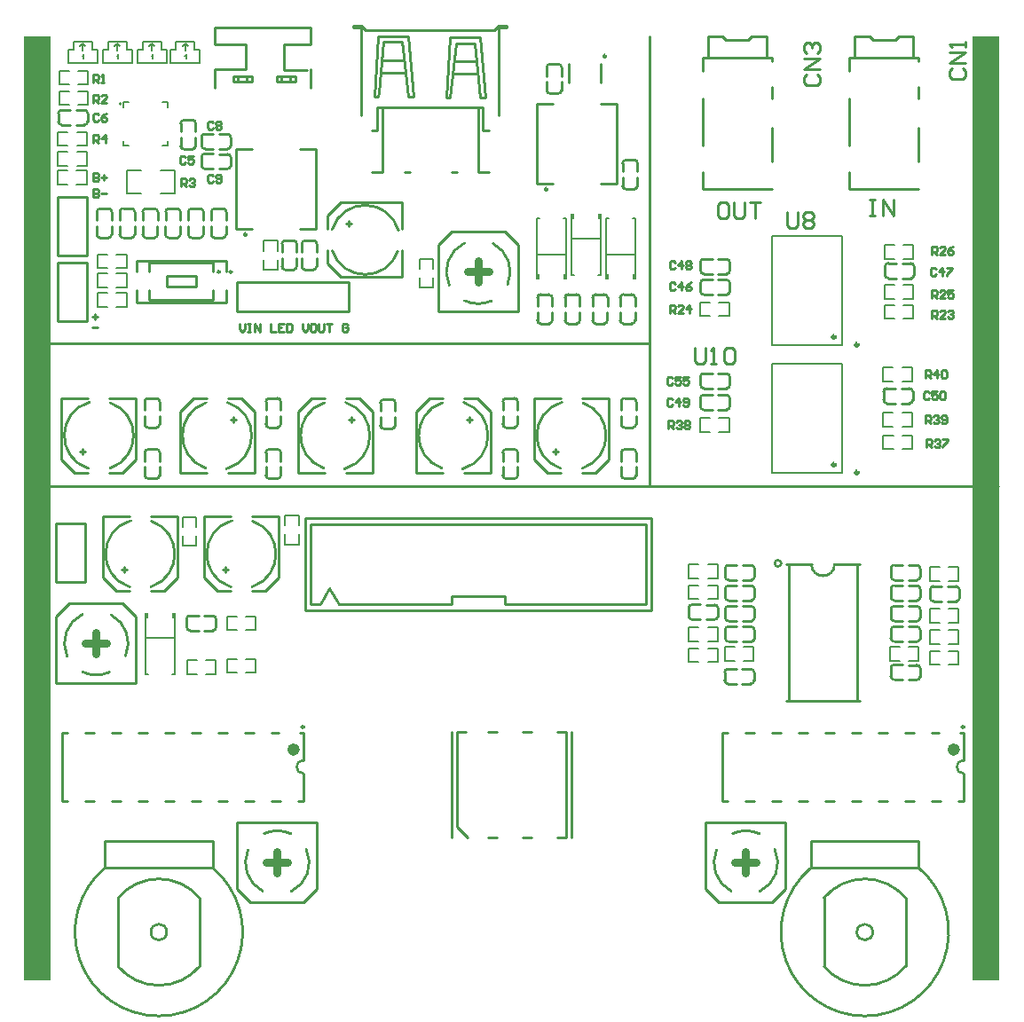
<source format=gto>
G04*
G04 #@! TF.GenerationSoftware,Altium Limited,Altium Designer,20.2.6 (244)*
G04*
G04 Layer_Color=65535*
%FSLAX24Y24*%
%MOIN*%
G70*
G04*
G04 #@! TF.SameCoordinates,F8AEF4A7-C5AA-40DC-9DAC-891B57281ED6*
G04*
G04*
G04 #@! TF.FilePolarity,Positive*
G04*
G01*
G75*
%ADD10C,0.0100*%
%ADD11C,0.0118*%
%ADD12C,0.0098*%
%ADD13C,0.0236*%
%ADD14C,0.0059*%
%ADD15C,0.0060*%
%ADD16C,0.0050*%
%ADD17C,0.0300*%
%ADD18R,0.1000X3.5500*%
G36*
X27018Y31243D02*
X27150D01*
Y31423D01*
X27018D01*
Y31243D01*
D02*
G37*
G36*
X28182D02*
X28050D01*
Y31423D01*
X28182D01*
Y31243D01*
D02*
G37*
G36*
X41718Y44157D02*
X41850D01*
Y43977D01*
X41718D01*
Y44157D01*
D02*
G37*
G36*
X42882D02*
X42750D01*
Y43977D01*
X42882D01*
Y44157D01*
D02*
G37*
G36*
X43025Y46243D02*
X43157D01*
Y46423D01*
X43025D01*
Y46243D01*
D02*
G37*
G36*
X44189D02*
X44057D01*
Y46423D01*
X44189D01*
Y46243D01*
D02*
G37*
G36*
X44318Y44157D02*
X44450D01*
Y43977D01*
X44318D01*
Y44157D01*
D02*
G37*
G36*
X45482D02*
X45350D01*
Y43977D01*
X45482D01*
Y44157D01*
D02*
G37*
D10*
X28370Y48975D02*
G03*
X28492Y48853I122J0D01*
G01*
X28807D02*
G03*
X28929Y48975I0J122D01*
G01*
X28495Y49953D02*
G03*
X28373Y49831I-0J-122D01*
G01*
X28932D02*
G03*
X28810Y49953I-122J0D01*
G01*
X29275Y49430D02*
G03*
X29153Y49308I0J-122D01*
G01*
Y48993D02*
G03*
X29275Y48871I122J-0D01*
G01*
X30253Y49305D02*
G03*
X30131Y49427I-122J0D01*
G01*
Y48868D02*
G03*
X30253Y48990I0J122D01*
G01*
X29275Y48680D02*
G03*
X29153Y48558I0J-122D01*
G01*
Y48243D02*
G03*
X29275Y48121I122J-0D01*
G01*
X30253Y48555D02*
G03*
X30131Y48677I-122J0D01*
G01*
Y48118D02*
G03*
X30253Y48240I0J122D01*
G01*
X24753Y49770D02*
G03*
X24875Y49892I0J122D01*
G01*
Y50207D02*
G03*
X24753Y50329I-122J0D01*
G01*
X23775Y49894D02*
G03*
X23897Y49772I122J-0D01*
G01*
Y50331D02*
G03*
X23775Y50209I0J-122D01*
G01*
X54897Y39871D02*
G03*
X54775Y39749I0J-122D01*
G01*
Y39434D02*
G03*
X54897Y39312I122J-0D01*
G01*
X55875Y39747D02*
G03*
X55753Y39869I-122J0D01*
G01*
Y39310D02*
G03*
X55875Y39432I0J122D01*
G01*
X55803Y44010D02*
G03*
X55925Y44132I0J122D01*
G01*
Y44447D02*
G03*
X55803Y44569I-122J0D01*
G01*
X54825Y44134D02*
G03*
X54947Y44012I122J-0D01*
G01*
Y44571D02*
G03*
X54825Y44449I0J-122D01*
G01*
X48875Y39065D02*
G03*
X48997Y39187I0J122D01*
G01*
Y39502D02*
G03*
X48875Y39624I-122J0D01*
G01*
X47897Y39189D02*
G03*
X48019Y39067I122J-0D01*
G01*
Y39626D02*
G03*
X47897Y39504I0J-122D01*
G01*
X48019Y40432D02*
G03*
X47897Y40310I0J-122D01*
G01*
Y39995D02*
G03*
X48019Y39873I122J-0D01*
G01*
X48997Y40307D02*
G03*
X48875Y40429I-122J0D01*
G01*
Y39870D02*
G03*
X48997Y39992I0J122D01*
G01*
X48875Y43390D02*
G03*
X48997Y43512I0J122D01*
G01*
Y43827D02*
G03*
X48875Y43949I-122J0D01*
G01*
X47897Y43514D02*
G03*
X48019Y43392I122J-0D01*
G01*
Y43951D02*
G03*
X47897Y43829I0J-122D01*
G01*
X48019Y44732D02*
G03*
X47897Y44610I0J-122D01*
G01*
Y44295D02*
G03*
X48019Y44173I122J-0D01*
G01*
X48997Y44607D02*
G03*
X48875Y44729I-122J0D01*
G01*
Y44170D02*
G03*
X48997Y44292I0J122D01*
G01*
X57778Y25900D02*
G03*
X57778Y25400I-0J-250D01*
G01*
X32978Y25900D02*
G03*
X32978Y25400I-0J-250D01*
G01*
X28719Y31332D02*
G03*
X28597Y31210I0J-122D01*
G01*
Y30895D02*
G03*
X28719Y30773I122J-0D01*
G01*
X29697Y31207D02*
G03*
X29575Y31329I-122J0D01*
G01*
Y30770D02*
G03*
X29697Y30892I0J122D01*
G01*
X29082Y20726D02*
G03*
X26018Y20726I-1532J-1286D01*
G01*
X25525Y21853D02*
G03*
X29575Y21853I2025J-2413D01*
G01*
X27850Y19440D02*
G03*
X27850Y19440I-300J0D01*
G01*
X26018Y18154D02*
G03*
X29082Y18154I1532J1286D01*
G01*
X24949Y39352D02*
G03*
X24904Y36862I351J-1252D01*
G01*
X25711Y36867D02*
G03*
X25727Y39328I-411J1233D01*
G01*
X41030Y39378D02*
G03*
X40908Y39500I-122J0D01*
G01*
X40593D02*
G03*
X40471Y39378I-0J-122D01*
G01*
X40905Y38399D02*
G03*
X41027Y38521I0J122D01*
G01*
X40468D02*
G03*
X40590Y38399I122J0D01*
G01*
X27580Y39375D02*
G03*
X27458Y39497I-122J0D01*
G01*
X27143D02*
G03*
X27021Y39375I-0J-122D01*
G01*
X27455Y38397D02*
G03*
X27577Y38519I0J122D01*
G01*
X27018D02*
G03*
X27140Y38397I122J0D01*
G01*
X45480Y39378D02*
G03*
X45358Y39500I-122J0D01*
G01*
X45043D02*
G03*
X44921Y39378I-0J-122D01*
G01*
X45355Y38399D02*
G03*
X45477Y38521I0J122D01*
G01*
X44918D02*
G03*
X45040Y38399I122J0D01*
G01*
X41768Y42425D02*
G03*
X41890Y42303I122J0D01*
G01*
X42205D02*
G03*
X42327Y42425I0J122D01*
G01*
X41893Y43403D02*
G03*
X41771Y43281I-0J-122D01*
G01*
X42330D02*
G03*
X42208Y43403I-122J0D01*
G01*
X42805Y42425D02*
G03*
X42927Y42303I122J0D01*
G01*
X43242D02*
G03*
X43364Y42425I0J122D01*
G01*
X42929Y43403D02*
G03*
X42807Y43281I-0J-122D01*
G01*
X43366D02*
G03*
X43244Y43403I-122J0D01*
G01*
X34526Y36848D02*
G03*
X34571Y39338I-351J1252D01*
G01*
X33764Y39333D02*
G03*
X33748Y36872I411J-1233D01*
G01*
X35870Y38475D02*
G03*
X35992Y38353I122J0D01*
G01*
X36307D02*
G03*
X36429Y38475I0J122D01*
G01*
X35995Y39453D02*
G03*
X35873Y39331I-0J-122D01*
G01*
X36432D02*
G03*
X36310Y39453I-122J0D01*
G01*
X30299Y34902D02*
G03*
X30254Y32412I351J-1252D01*
G01*
X31061Y32417D02*
G03*
X31077Y34878I-411J1233D01*
G01*
X26499Y34902D02*
G03*
X26454Y32412I351J-1252D01*
G01*
X27261Y32417D02*
G03*
X27277Y34878I-411J1233D01*
G01*
X24684Y29217D02*
G03*
X25697Y29208I516J1083D01*
G01*
X26300Y29822D02*
G03*
X25757Y31363I-1100J478D01*
G01*
X24682Y31383D02*
G03*
X24109Y29800I518J-1083D01*
G01*
X32516Y23133D02*
G03*
X31503Y23142I-516J-1083D01*
G01*
X30900Y22528D02*
G03*
X31443Y20987I1100J-478D01*
G01*
X32518Y20967D02*
G03*
X33091Y22550I-518J1083D01*
G01*
X50116Y23133D02*
G03*
X49103Y23142I-516J-1083D01*
G01*
X48500Y22528D02*
G03*
X49043Y20987I1100J-478D01*
G01*
X50118Y20967D02*
G03*
X50691Y22550I-518J1083D01*
G01*
X30850Y45650D02*
G03*
X30850Y45650I-50J0D01*
G01*
X26940Y45649D02*
G03*
X27062Y45527I122J0D01*
G01*
X27377D02*
G03*
X27499Y45649I0J122D01*
G01*
X27065Y46628D02*
G03*
X26943Y46506I-0J-122D01*
G01*
X27502D02*
G03*
X27380Y46628I-122J0D01*
G01*
X27800Y45649D02*
G03*
X27922Y45527I122J0D01*
G01*
X28237D02*
G03*
X28359Y45649I0J122D01*
G01*
X27925Y46628D02*
G03*
X27803Y46506I-0J-122D01*
G01*
X28362D02*
G03*
X28240Y46628I-122J0D01*
G01*
X28660Y45649D02*
G03*
X28782Y45527I122J0D01*
G01*
X29097D02*
G03*
X29219Y45649I0J122D01*
G01*
X28785Y46628D02*
G03*
X28663Y46506I-0J-122D01*
G01*
X29222D02*
G03*
X29100Y46628I-122J0D01*
G01*
X29520Y45649D02*
G03*
X29642Y45527I122J0D01*
G01*
X29957D02*
G03*
X30079Y45649I0J122D01*
G01*
X29645Y46628D02*
G03*
X29523Y46506I-0J-122D01*
G01*
X30082D02*
G03*
X29960Y46628I-122J0D01*
G01*
X36552Y45801D02*
G03*
X34062Y45846I-1252J-351D01*
G01*
X34067Y45039D02*
G03*
X36528Y45023I1233J411D01*
G01*
X32920Y44449D02*
G03*
X33042Y44327I122J0D01*
G01*
X33357D02*
G03*
X33479Y44449I0J122D01*
G01*
X33045Y45428D02*
G03*
X32923Y45306I-0J-122D01*
G01*
X33482D02*
G03*
X33360Y45428I-122J0D01*
G01*
X32170Y44449D02*
G03*
X32292Y44327I122J0D01*
G01*
X32607D02*
G03*
X32729Y44449I0J122D01*
G01*
X32295Y45428D02*
G03*
X32173Y45306I-0J-122D01*
G01*
X32732D02*
G03*
X32610Y45428I-122J0D01*
G01*
X29840Y44250D02*
G03*
X29840Y44250I-40J0D01*
G01*
X30300D02*
G03*
X30300Y44250I-50J0D01*
G01*
X42150Y47350D02*
G03*
X42150Y47350I-50J0D01*
G01*
X44350Y52350D02*
G03*
X44350Y52350I-50J0D01*
G01*
X38963Y36848D02*
G03*
X39009Y39338I-351J1252D01*
G01*
X38201Y39333D02*
G03*
X38185Y36872I411J-1233D01*
G01*
X40470Y36602D02*
G03*
X40592Y36480I122J0D01*
G01*
X40907D02*
G03*
X41029Y36602I0J122D01*
G01*
X40595Y37581D02*
G03*
X40473Y37459I-0J-122D01*
G01*
X41032D02*
G03*
X40910Y37581I-122J0D01*
G01*
X26080Y45649D02*
G03*
X26202Y45527I122J0D01*
G01*
X26517D02*
G03*
X26639Y45649I0J122D01*
G01*
X26205Y46628D02*
G03*
X26083Y46506I-0J-122D01*
G01*
X26642D02*
G03*
X26520Y46628I-122J0D01*
G01*
X25220Y45649D02*
G03*
X25342Y45527I122J0D01*
G01*
X25657D02*
G03*
X25779Y45649I0J122D01*
G01*
X25345Y46628D02*
G03*
X25223Y46506I-0J-122D01*
G01*
X25782D02*
G03*
X25660Y46628I-122J0D01*
G01*
X30088Y36848D02*
G03*
X30134Y39338I-351J1252D01*
G01*
X29326Y39333D02*
G03*
X29310Y36872I411J-1233D01*
G01*
X32130Y39378D02*
G03*
X32008Y39500I-122J0D01*
G01*
X31693D02*
G03*
X31571Y39378I-0J-122D01*
G01*
X32005Y38399D02*
G03*
X32127Y38521I0J122D01*
G01*
X31568D02*
G03*
X31690Y38399I122J0D01*
G01*
X31570Y36602D02*
G03*
X31692Y36480I122J0D01*
G01*
X32007D02*
G03*
X32129Y36602I0J122D01*
G01*
X31695Y37581D02*
G03*
X31573Y37459I-0J-122D01*
G01*
X32132D02*
G03*
X32010Y37581I-122J0D01*
G01*
X42680Y51925D02*
G03*
X42558Y52047I-122J0D01*
G01*
X42243D02*
G03*
X42121Y51925I-0J-122D01*
G01*
X42555Y50947D02*
G03*
X42677Y51069I0J122D01*
G01*
X42118D02*
G03*
X42240Y50947I122J0D01*
G01*
X39034Y43167D02*
G03*
X40047Y43158I516J1083D01*
G01*
X40650Y43772D02*
G03*
X40107Y45313I-1100J478D01*
G01*
X39032Y45333D02*
G03*
X38459Y43750I518J-1083D01*
G01*
X44970Y47475D02*
G03*
X45092Y47353I122J0D01*
G01*
X45407D02*
G03*
X45529Y47475I0J122D01*
G01*
X45095Y48453D02*
G03*
X44973Y48331I-0J-122D01*
G01*
X45532D02*
G03*
X45410Y48453I-122J0D01*
G01*
X27020Y36602D02*
G03*
X27142Y36480I122J0D01*
G01*
X27457D02*
G03*
X27579Y36602I0J122D01*
G01*
X27145Y37581D02*
G03*
X27023Y37459I-0J-122D01*
G01*
X27582D02*
G03*
X27460Y37581I-122J0D01*
G01*
X44920Y36602D02*
G03*
X45042Y36480I122J0D01*
G01*
X45357D02*
G03*
X45479Y36602I0J122D01*
G01*
X45045Y37581D02*
G03*
X44923Y37459I-0J-122D01*
G01*
X45482D02*
G03*
X45360Y37581I-122J0D01*
G01*
X42699Y39352D02*
G03*
X42654Y36862I351J-1252D01*
G01*
X43461Y36867D02*
G03*
X43477Y39328I-411J1233D01*
G01*
X44878Y42425D02*
G03*
X45000Y42303I122J0D01*
G01*
X45315D02*
G03*
X45437Y42425I0J122D01*
G01*
X45002Y43403D02*
G03*
X44880Y43281I-0J-122D01*
G01*
X45439D02*
G03*
X45317Y43403I-122J0D01*
G01*
X43841Y42425D02*
G03*
X43963Y42303I122J0D01*
G01*
X44278D02*
G03*
X44400Y42425I0J122D01*
G01*
X43965Y43403D02*
G03*
X43843Y43281I-0J-122D01*
G01*
X44402D02*
G03*
X44280Y43403I-122J0D01*
G01*
X52538Y18154D02*
G03*
X55602Y18154I1532J1286D01*
G01*
X54370Y19440D02*
G03*
X54370Y19440I-300J0D01*
G01*
X52045Y21853D02*
G03*
X56095Y21853I2025J-2413D01*
G01*
X55602Y20726D02*
G03*
X52538Y20726I-1532J-1286D01*
G01*
X49803Y31127D02*
G03*
X49925Y31249I0J122D01*
G01*
Y31564D02*
G03*
X49803Y31686I-122J0D01*
G01*
X48825Y31251D02*
G03*
X48947Y31129I122J-0D01*
G01*
Y31688D02*
G03*
X48825Y31566I0J-122D01*
G01*
X49803Y30355D02*
G03*
X49925Y30477I0J122D01*
G01*
Y30792D02*
G03*
X49803Y30914I-122J0D01*
G01*
X48825Y30479D02*
G03*
X48947Y30357I122J-0D01*
G01*
Y30916D02*
G03*
X48825Y30794I0J-122D01*
G01*
X55172Y31688D02*
G03*
X55050Y31566I0J-122D01*
G01*
Y31251D02*
G03*
X55172Y31129I122J-0D01*
G01*
X56151Y31564D02*
G03*
X56029Y31686I-122J0D01*
G01*
Y31127D02*
G03*
X56151Y31249I0J122D01*
G01*
X55172Y30916D02*
G03*
X55050Y30794I0J-122D01*
G01*
Y30479D02*
G03*
X55172Y30357I122J-0D01*
G01*
X56151Y30792D02*
G03*
X56029Y30914I-122J0D01*
G01*
Y30355D02*
G03*
X56151Y30477I0J122D01*
G01*
X55172Y32460D02*
G03*
X55050Y32338I0J-122D01*
G01*
Y32023D02*
G03*
X55172Y31901I122J-0D01*
G01*
X56151Y32336D02*
G03*
X56029Y32458I-122J0D01*
G01*
Y31899D02*
G03*
X56151Y32021I0J122D01*
G01*
X55172Y33232D02*
G03*
X55050Y33110I0J-122D01*
G01*
Y32795D02*
G03*
X55172Y32673I122J-0D01*
G01*
X56151Y33107D02*
G03*
X56029Y33229I-122J0D01*
G01*
Y32670D02*
G03*
X56151Y32792I0J122D01*
G01*
X49803Y32670D02*
G03*
X49925Y32792I0J122D01*
G01*
Y33107D02*
G03*
X49803Y33229I-122J0D01*
G01*
X48825Y32795D02*
G03*
X48947Y32673I122J-0D01*
G01*
Y33232D02*
G03*
X48825Y33110I0J-122D01*
G01*
X49803Y31899D02*
G03*
X49925Y32021I0J122D01*
G01*
Y32336D02*
G03*
X49803Y32458I-122J0D01*
G01*
X48825Y32023D02*
G03*
X48947Y31901I122J-0D01*
G01*
Y32460D02*
G03*
X48825Y32338I0J-122D01*
G01*
X50925Y33298D02*
G03*
X50925Y33298I-118J0D01*
G01*
X52067Y33260D02*
G03*
X52933Y33260I433J0D01*
G01*
X56025Y28920D02*
G03*
X56147Y29042I0J122D01*
G01*
Y29357D02*
G03*
X56025Y29479I-122J0D01*
G01*
X55047Y29045D02*
G03*
X55169Y28923I122J-0D01*
G01*
Y29482D02*
G03*
X55047Y29360I0J-122D01*
G01*
X56647Y32434D02*
G03*
X56525Y32312I0J-122D01*
G01*
Y31997D02*
G03*
X56647Y31875I122J-0D01*
G01*
X57625Y32309D02*
G03*
X57503Y32431I-122J0D01*
G01*
Y31872D02*
G03*
X57625Y31994I0J122D01*
G01*
X48925Y29330D02*
G03*
X48803Y29208I0J-122D01*
G01*
Y28893D02*
G03*
X48925Y28771I122J-0D01*
G01*
X49903Y29205D02*
G03*
X49781Y29327I-122J0D01*
G01*
Y28768D02*
G03*
X49903Y28890I0J122D01*
G01*
X47575Y31746D02*
G03*
X47453Y31624I0J-122D01*
G01*
Y31309D02*
G03*
X47575Y31187I122J-0D01*
G01*
X48553Y31622D02*
G03*
X48431Y31744I-122J0D01*
G01*
Y31185D02*
G03*
X48553Y31307I0J122D01*
G01*
X41230Y26950D02*
X41560D01*
X42530D02*
X42860D01*
X39930D02*
X40260D01*
X38760D02*
X39090D01*
X39910Y23010D02*
X40240D01*
X41210D02*
X41540D01*
X42530D02*
X42860D01*
Y26950D01*
X38760Y23410D02*
X39160Y23010D01*
X38560D02*
Y26950D01*
X43060Y23010D02*
Y26950D01*
X38760Y23410D02*
Y26950D01*
X56100Y52150D02*
Y52290D01*
X53500Y47370D02*
Y48000D01*
Y51800D02*
Y52290D01*
X56100Y50750D02*
Y51200D01*
Y48400D02*
Y49650D01*
X53500Y49000D02*
Y50750D01*
Y47370D02*
X56100D01*
X53700Y52290D02*
X55900D01*
X56100D01*
X53500D02*
X53700D01*
Y53090D01*
X54250D02*
X54390Y52950D01*
X53700Y53090D02*
X54250D01*
X55900Y52290D02*
Y53090D01*
X54390Y52950D02*
X55210D01*
X55350Y53090D02*
X55900D01*
X55210Y52950D02*
X55350Y53090D01*
X49685Y52950D02*
X49825Y53090D01*
X50375D01*
X48865Y52950D02*
X49685D01*
X50375Y52290D02*
Y53090D01*
X48175D02*
X48725D01*
X48865Y52950D01*
X48175Y52290D02*
Y53090D01*
X47975Y52290D02*
X48175D01*
X50375D02*
X50575D01*
X48175D02*
X50375D01*
X47975Y47370D02*
X50575D01*
X47975Y49000D02*
Y50750D01*
X50575Y48400D02*
Y49650D01*
Y50750D02*
Y51200D01*
X47975Y51800D02*
Y52290D01*
Y47370D02*
Y48000D01*
X50575Y52150D02*
Y52290D01*
X28373Y49516D02*
Y49831D01*
X28495Y49953D02*
X28810D01*
X28932Y49516D02*
Y49831D01*
X28370Y48975D02*
Y49290D01*
X28929Y48975D02*
Y49290D01*
X28492Y48853D02*
X28807D01*
X29816Y49427D02*
X30131D01*
X30253Y48990D02*
Y49305D01*
X29816Y48868D02*
X30131D01*
X29275Y49430D02*
X29590D01*
X29275Y48871D02*
X29590D01*
X29153Y48993D02*
Y49308D01*
X29816Y48677D02*
X30131D01*
X30253Y48240D02*
Y48555D01*
X29816Y48118D02*
X30131D01*
X29275Y48680D02*
X29590D01*
X29275Y48121D02*
X29590D01*
X29153Y48243D02*
Y48558D01*
X23775Y49894D02*
Y50209D01*
X23897Y49772D02*
X24212D01*
X23897Y50331D02*
X24212D01*
X24438Y49770D02*
X24753D01*
X24875Y49892D02*
Y50207D01*
X24438Y50329D02*
X24753D01*
X55438Y39869D02*
X55753D01*
X55875Y39432D02*
Y39747D01*
X55438Y39310D02*
X55753D01*
X54897Y39871D02*
X55212D01*
X54897Y39312D02*
X55212D01*
X54775Y39434D02*
Y39749D01*
X54825Y44134D02*
Y44449D01*
X54947Y44012D02*
X55262D01*
X54947Y44571D02*
X55262D01*
X55488Y44010D02*
X55803D01*
X55925Y44132D02*
Y44447D01*
X55488Y44569D02*
X55803D01*
X47897Y39189D02*
Y39504D01*
X48019Y39067D02*
X48334D01*
X48019Y39626D02*
X48334D01*
X48560Y39065D02*
X48875D01*
X48997Y39187D02*
Y39502D01*
X48560Y39624D02*
X48875D01*
X48997Y39992D02*
Y40307D01*
X48560Y40429D02*
X48875D01*
X48560Y39870D02*
X48875D01*
X48019Y40432D02*
X48334D01*
X47897Y39995D02*
Y40310D01*
X48019Y39873D02*
X48334D01*
X47897Y43514D02*
Y43829D01*
X48019Y43392D02*
X48334D01*
X48019Y43951D02*
X48334D01*
X48560Y43390D02*
X48875D01*
X48997Y43512D02*
Y43827D01*
X48560Y43949D02*
X48875D01*
X48997Y44292D02*
Y44607D01*
X48560Y44729D02*
X48875D01*
X48560Y44170D02*
X48875D01*
X48019Y44732D02*
X48334D01*
X47897Y44295D02*
Y44610D01*
X48019Y44173D02*
X48334D01*
X33950Y32350D02*
X34317Y31746D01*
Y31750D02*
X38550D01*
X33054Y34982D02*
X46046D01*
Y31518D02*
Y34982D01*
X33054Y31518D02*
Y34982D01*
X38550Y31750D02*
Y32050D01*
X40550D01*
Y31750D02*
Y32050D01*
X33250Y31750D02*
Y34750D01*
X45850D01*
Y31750D02*
Y34750D01*
X40550Y31750D02*
X45850D01*
X33617Y31746D02*
X33950Y32350D01*
X33054Y31518D02*
X46046Y31518D01*
X33250Y31750D02*
X33617D01*
X35307Y53325D02*
X40157D01*
X40326Y53495D01*
X35267Y53361D02*
X35307Y53325D01*
X35137Y53491D02*
X35267Y53361D01*
X35134Y53325D02*
X35134Y50132D01*
X40325Y53346D02*
X40327Y50132D01*
X38534Y47982D02*
X38734D01*
X35933Y52210D02*
X36732D01*
X35898Y51733D02*
X36787D01*
X38642Y52171D02*
X39441D01*
X38607Y51694D02*
X39497D01*
X38336Y50803D02*
X38476Y53063D01*
X39616D01*
X39806Y50803D01*
X39606D02*
X39806D01*
X39407Y52824D02*
X39606Y50803D01*
X38718Y52824D02*
X39407D01*
X38486Y50803D02*
X38718Y52824D01*
X38336Y50803D02*
X38486D01*
X35647Y50830D02*
X35784Y53088D01*
X36920Y53086D01*
X37115Y50828D01*
X36915Y50830D02*
X37115Y50828D01*
X36714Y52617D02*
X36915Y50830D01*
X36684Y52884D02*
X36714Y52617D01*
X35995Y52880D02*
X36684Y52884D01*
X35809Y50999D02*
X35995Y52880D01*
X35797Y50830D02*
X35809Y50999D01*
X35647Y50830D02*
X35797D01*
X39731Y49567D02*
X39934Y49569D01*
X39731Y49567D02*
Y50433D01*
X35739D02*
X39731D01*
X35739Y49567D02*
Y50433D01*
X35534Y49569D02*
X35739Y49567D01*
X34850Y53424D02*
Y53494D01*
X40618Y53424D02*
Y53494D01*
X40326Y53495D02*
X40614D01*
X40326Y53396D02*
Y53495D01*
X34854Y53424D02*
X35134D01*
Y53325D02*
Y53424D01*
X40327D02*
X40614D01*
X40327Y53325D02*
Y53424D01*
X34854Y53495D02*
X35134D01*
Y53396D02*
Y53495D01*
X35534Y47982D02*
X35934D01*
Y50433D01*
X39534Y47982D02*
X39934D01*
X39534D02*
Y50429D01*
X36784Y47982D02*
X36984D01*
X30500Y42750D02*
Y43850D01*
X34700D01*
X30500Y42750D02*
X34700D01*
Y43850D01*
X57778Y25900D02*
Y26930D01*
Y24370D02*
Y25400D01*
X57591Y24370D02*
X57778D01*
X56591D02*
X56909D01*
X55591D02*
X55909D01*
X54591D02*
X54909D01*
X53591D02*
X53909D01*
X52591D02*
X52909D01*
X51591D02*
X51909D01*
X50591D02*
X50909D01*
X49591D02*
X49909D01*
X48722D02*
X48909D01*
X48722D02*
Y26930D01*
X48909D01*
X49591D02*
X49909D01*
X50591D02*
X50909D01*
X51591D02*
X51909D01*
X52591D02*
X52909D01*
X53591D02*
X53909D01*
X54591D02*
X54909D01*
X55591D02*
X55909D01*
X56591D02*
X56844D01*
X57656D02*
X57778D01*
X32978Y25900D02*
Y26930D01*
Y24370D02*
Y25400D01*
X32791Y24370D02*
X32978D01*
X31791D02*
X32109D01*
X30791D02*
X31109D01*
X29791D02*
X30109D01*
X28791D02*
X29109D01*
X27791D02*
X28109D01*
X26791D02*
X27109D01*
X25791D02*
X26109D01*
X24791D02*
X25109D01*
X23922D02*
X24109D01*
X23922D02*
Y26930D01*
X24109D01*
X24791D02*
X25109D01*
X25791D02*
X26109D01*
X26791D02*
X27109D01*
X27791D02*
X28109D01*
X28791D02*
X29109D01*
X29791D02*
X30109D01*
X30791D02*
X31109D01*
X31791D02*
X32044D01*
X32856D02*
X32978D01*
X29697Y30892D02*
Y31207D01*
X29260Y31329D02*
X29575D01*
X29260Y30770D02*
X29575D01*
X28719Y31332D02*
X29034D01*
X28597Y30895D02*
Y31210D01*
X28719Y30773D02*
X29034D01*
X23700Y34800D02*
X24800D01*
Y32600D02*
Y34800D01*
X23700Y32600D02*
Y34800D01*
Y32600D02*
X24800D01*
X46000Y39850D02*
Y53100D01*
Y36200D02*
Y39850D01*
X23450Y41550D02*
X46000D01*
X22600Y36200D02*
X59100Y36200D01*
X25525Y21853D02*
X29575D01*
X25525Y22853D02*
X29575D01*
X25525Y21853D02*
Y22853D01*
X29575Y21853D02*
Y22853D01*
X29082Y18154D02*
Y20726D01*
X26018Y18154D02*
Y20726D01*
X23900Y39500D02*
X24900D01*
X25700D02*
X26700D01*
Y37300D02*
Y39500D01*
X26200Y36700D02*
X26700Y37200D01*
Y37300D01*
X23900Y37200D02*
X24400Y36700D01*
X23900Y37200D02*
Y37300D01*
X25700Y36700D02*
X26200D01*
X23900Y37300D02*
Y39500D01*
X24400Y36700D02*
X24900D01*
X41027Y38521D02*
Y38836D01*
X40590Y38399D02*
X40905D01*
X40468Y38521D02*
Y38836D01*
X41030Y39063D02*
Y39378D01*
X40471Y39063D02*
Y39378D01*
X40593Y39500D02*
X40908D01*
X27577Y38519D02*
Y38834D01*
X27140Y38397D02*
X27455D01*
X27018Y38519D02*
Y38834D01*
X27580Y39060D02*
Y39375D01*
X27021Y39060D02*
Y39375D01*
X27143Y39497D02*
X27458D01*
X45477Y38521D02*
Y38836D01*
X45040Y38399D02*
X45355D01*
X44918Y38521D02*
Y38836D01*
X45480Y39063D02*
Y39378D01*
X44921Y39063D02*
Y39378D01*
X45043Y39500D02*
X45358D01*
X41771Y42966D02*
Y43281D01*
X41893Y43403D02*
X42208D01*
X42330Y42966D02*
Y43281D01*
X41768Y42425D02*
Y42740D01*
X42327Y42425D02*
Y42740D01*
X41890Y42303D02*
X42205D01*
X42807Y42966D02*
Y43281D01*
X42929Y43403D02*
X43244D01*
X43366Y42966D02*
Y43281D01*
X42805Y42425D02*
Y42740D01*
X43364Y42425D02*
Y42740D01*
X42927Y42303D02*
X43242D01*
X34575Y36700D02*
X35575D01*
X32775D02*
X33775D01*
X32775D02*
Y38900D01*
Y39000D02*
X33275Y39500D01*
X32775Y38900D02*
Y39000D01*
X35075Y39500D02*
X35575Y39000D01*
Y38900D02*
Y39000D01*
X33275Y39500D02*
X33775D01*
X35575Y36700D02*
Y38900D01*
X34575Y39500D02*
X35075D01*
X35873Y39016D02*
Y39331D01*
X35995Y39453D02*
X36310D01*
X36432Y39016D02*
Y39331D01*
X35870Y38475D02*
Y38790D01*
X36429Y38475D02*
Y38790D01*
X35992Y38353D02*
X36307D01*
X29250Y35050D02*
X30250D01*
X31050D02*
X32050D01*
Y32850D02*
Y35050D01*
X31550Y32250D02*
X32050Y32750D01*
Y32850D01*
X29250Y32750D02*
X29750Y32250D01*
X29250Y32750D02*
Y32850D01*
X31050Y32250D02*
X31550D01*
X29250Y32850D02*
Y35050D01*
X29750Y32250D02*
X30250D01*
X25450Y35050D02*
X26450D01*
X27250D02*
X28250D01*
Y32850D02*
Y35050D01*
X27750Y32250D02*
X28250Y32750D01*
Y32850D01*
X25450Y32750D02*
X25950Y32250D01*
X25450Y32750D02*
Y32850D01*
X27250Y32250D02*
X27750D01*
X25450Y32850D02*
Y35050D01*
X25950Y32250D02*
X26450D01*
X23700Y28800D02*
Y31300D01*
X24200Y31800D01*
X26200D01*
X26700Y28800D02*
Y31300D01*
X26200Y31800D02*
X26700Y31300D01*
X23700Y28800D02*
X26700D01*
X33500Y21050D02*
Y23550D01*
X33000Y20550D02*
X33500Y21050D01*
X31000Y20550D02*
X33000D01*
X30500Y21050D02*
Y23550D01*
Y21050D02*
X31000Y20550D01*
X30500Y23550D02*
X33500D01*
X51100Y21050D02*
Y23550D01*
X50600Y20550D02*
X51100Y21050D01*
X48600Y20550D02*
X50600D01*
X48100Y21050D02*
Y23550D01*
Y21050D02*
X48600Y20550D01*
X48100Y23550D02*
X51100D01*
X33450Y45850D02*
Y48850D01*
X30450Y45850D02*
Y48850D01*
X31050D01*
X30450Y45850D02*
X31050D01*
X32850D02*
X33450D01*
X32850Y48850D02*
X33450D01*
X26943Y46191D02*
Y46506D01*
X27065Y46628D02*
X27380D01*
X27502Y46191D02*
Y46506D01*
X26940Y45649D02*
Y45964D01*
X27499Y45649D02*
Y45964D01*
X27062Y45527D02*
X27377D01*
X27803Y46191D02*
Y46506D01*
X27925Y46628D02*
X28240D01*
X28362Y46191D02*
Y46506D01*
X27800Y45649D02*
Y45964D01*
X28359Y45649D02*
Y45964D01*
X27922Y45527D02*
X28237D01*
X28663Y46191D02*
Y46506D01*
X28785Y46628D02*
X29100D01*
X29222Y46191D02*
Y46506D01*
X28660Y45649D02*
Y45964D01*
X29219Y45649D02*
Y45964D01*
X28782Y45527D02*
X29097D01*
X29523Y46191D02*
Y46506D01*
X29645Y46628D02*
X29960D01*
X30082Y46191D02*
Y46506D01*
X29520Y45649D02*
Y45964D01*
X30079Y45649D02*
Y45964D01*
X29642Y45527D02*
X29957D01*
X33241Y52784D02*
Y53414D01*
X29659D02*
X33241D01*
X29659Y52803D02*
Y53414D01*
Y52811D02*
X30820D01*
X29659Y51859D02*
X30820D01*
Y52764D01*
X32237Y51839D02*
X33123D01*
X32237D02*
Y52784D01*
X33241D01*
X30839Y51386D02*
Y51583D01*
X30524Y51386D02*
Y51583D01*
X31036Y51386D02*
Y51583D01*
X30347D02*
X31036D01*
X30347Y51386D02*
Y51583D01*
Y51386D02*
X31017D01*
X32670Y51386D02*
Y51583D01*
X31981D02*
X32670D01*
X31981Y51386D02*
Y51583D01*
Y51386D02*
X32651D01*
X32159D02*
Y51583D01*
X32474Y51386D02*
Y51583D01*
X33241Y51157D02*
Y51386D01*
X29659Y51157D02*
Y51871D01*
X33241Y51386D02*
Y51871D01*
X23750Y42400D02*
X24850D01*
X23750D02*
Y44600D01*
X24850Y42400D02*
Y44600D01*
X23750D02*
X24850D01*
X36700Y45850D02*
Y46850D01*
Y44050D02*
Y45050D01*
X34500Y44050D02*
X36700D01*
X33900Y44550D02*
X34400Y44050D01*
X34500D01*
X33900Y46350D02*
X34400Y46850D01*
X34500D01*
X33900Y44550D02*
Y45050D01*
X34500Y46850D02*
X36700D01*
X33900Y45850D02*
Y46350D01*
X32923Y44991D02*
Y45306D01*
X33045Y45428D02*
X33360D01*
X33482Y44991D02*
Y45306D01*
X32920Y44449D02*
Y44764D01*
X33479Y44449D02*
Y44764D01*
X33042Y44327D02*
X33357D01*
X32173Y44991D02*
Y45306D01*
X32295Y45428D02*
X32610D01*
X32732Y44991D02*
Y45306D01*
X32170Y44449D02*
Y44764D01*
X32729Y44449D02*
Y44764D01*
X32292Y44327D02*
X32607D01*
X27200Y44600D02*
X29600D01*
X27200Y43200D02*
X29600D01*
X27850Y44100D02*
X28950D01*
X27850Y43700D02*
Y44100D01*
X28950Y43700D02*
Y44100D01*
X27850Y43700D02*
X28950D01*
X27200Y43200D02*
Y43550D01*
Y44250D02*
Y44600D01*
X29600Y44250D02*
Y44600D01*
Y43200D02*
Y43550D01*
X30072Y44250D02*
Y44625D01*
X26722Y44650D02*
X30072D01*
X26722Y44250D02*
Y44625D01*
Y43125D02*
Y43550D01*
Y43100D02*
X30072D01*
Y43125D02*
Y43550D01*
X44750Y47550D02*
Y50550D01*
X41750Y47550D02*
Y50550D01*
X42350D01*
X41750Y47550D02*
X42350D01*
X44150D02*
X44750D01*
X44150Y50550D02*
X44750D01*
X23750Y44850D02*
X24850D01*
X23750D02*
Y47050D01*
X24850Y44850D02*
Y47050D01*
X23750D02*
X24850D01*
X44160Y51346D02*
Y52054D01*
X42940Y51346D02*
Y52054D01*
X39012Y36700D02*
X40012D01*
X37213D02*
X38212D01*
X37213D02*
Y38900D01*
Y39000D02*
X37713Y39500D01*
X37213Y38900D02*
Y39000D01*
X39513Y39500D02*
X40012Y39000D01*
Y38900D02*
Y39000D01*
X37713Y39500D02*
X38212D01*
X40012Y36700D02*
Y38900D01*
X39012Y39500D02*
X39513D01*
X40473Y37144D02*
Y37459D01*
X40595Y37581D02*
X40910D01*
X41032Y37144D02*
Y37459D01*
X40470Y36602D02*
Y36917D01*
X41029Y36602D02*
Y36917D01*
X40592Y36480D02*
X40907D01*
X26083Y46191D02*
Y46506D01*
X26205Y46628D02*
X26520D01*
X26642Y46191D02*
Y46506D01*
X26080Y45649D02*
Y45964D01*
X26639Y45649D02*
Y45964D01*
X26202Y45527D02*
X26517D01*
X25223Y46191D02*
Y46506D01*
X25345Y46628D02*
X25660D01*
X25782Y46191D02*
Y46506D01*
X25220Y45649D02*
Y45964D01*
X25779Y45649D02*
Y45964D01*
X25342Y45527D02*
X25657D01*
X30138Y36700D02*
X31137D01*
X28338D02*
X29337D01*
X28338D02*
Y38900D01*
Y39000D02*
X28837Y39500D01*
X28338Y38900D02*
Y39000D01*
X30638Y39500D02*
X31137Y39000D01*
Y38900D02*
Y39000D01*
X28837Y39500D02*
X29337D01*
X31137Y36700D02*
Y38900D01*
X30138Y39500D02*
X30638D01*
X32127Y38521D02*
Y38836D01*
X31690Y38399D02*
X32005D01*
X31568Y38521D02*
Y38836D01*
X32130Y39063D02*
Y39378D01*
X31571Y39063D02*
Y39378D01*
X31693Y39500D02*
X32008D01*
X31573Y37144D02*
Y37459D01*
X31695Y37581D02*
X32010D01*
X32132Y37144D02*
Y37459D01*
X31570Y36602D02*
Y36917D01*
X32129Y36602D02*
Y36917D01*
X31692Y36480D02*
X32007D01*
X42677Y51069D02*
Y51384D01*
X42240Y50947D02*
X42555D01*
X42118Y51069D02*
Y51384D01*
X42680Y51610D02*
Y51925D01*
X42121Y51610D02*
Y51925D01*
X42243Y52047D02*
X42558D01*
X38050Y42750D02*
Y45250D01*
X38550Y45750D01*
X40550D01*
X41050Y42750D02*
Y45250D01*
X40550Y45750D02*
X41050Y45250D01*
X38050Y42750D02*
X41050D01*
X44973Y48016D02*
Y48331D01*
X45095Y48453D02*
X45410D01*
X45532Y48016D02*
Y48331D01*
X44970Y47475D02*
Y47790D01*
X45529Y47475D02*
Y47790D01*
X45092Y47353D02*
X45407D01*
X27023Y37144D02*
Y37459D01*
X27145Y37581D02*
X27460D01*
X27582Y37144D02*
Y37459D01*
X27020Y36602D02*
Y36917D01*
X27579Y36602D02*
Y36917D01*
X27142Y36480D02*
X27457D01*
X44923Y37144D02*
Y37459D01*
X45045Y37581D02*
X45360D01*
X45482Y37144D02*
Y37459D01*
X44920Y36602D02*
Y36917D01*
X45479Y36602D02*
Y36917D01*
X45042Y36480D02*
X45357D01*
X41650Y39500D02*
X42650D01*
X43450D02*
X44450D01*
Y37300D02*
Y39500D01*
X43950Y36700D02*
X44450Y37200D01*
Y37300D01*
X41650Y37200D02*
X42150Y36700D01*
X41650Y37200D02*
Y37300D01*
X43450Y36700D02*
X43950D01*
X41650Y37300D02*
Y39500D01*
X42150Y36700D02*
X42650D01*
X44880Y42966D02*
Y43281D01*
X45002Y43403D02*
X45317D01*
X45439Y42966D02*
Y43281D01*
X44878Y42425D02*
Y42740D01*
X45437Y42425D02*
Y42740D01*
X45000Y42303D02*
X45315D01*
X43843Y42966D02*
Y43281D01*
X43965Y43403D02*
X44280D01*
X44402Y42966D02*
Y43281D01*
X43841Y42425D02*
Y42740D01*
X44400Y42425D02*
Y42740D01*
X43963Y42303D02*
X44278D01*
X52538Y18154D02*
Y20726D01*
X55602Y18154D02*
Y20726D01*
X56095Y21853D02*
Y22853D01*
X52045Y21853D02*
Y22853D01*
X56095D01*
X52045Y21853D02*
X56095D01*
X48947Y31129D02*
X49262D01*
X48825Y31251D02*
Y31566D01*
X48947Y31688D02*
X49262D01*
X49488Y31127D02*
X49803D01*
X49488Y31686D02*
X49803D01*
X49925Y31249D02*
Y31564D01*
X48947Y30357D02*
X49262D01*
X48825Y30479D02*
Y30794D01*
X48947Y30916D02*
X49262D01*
X49488Y30355D02*
X49803D01*
X49488Y30914D02*
X49803D01*
X49925Y30477D02*
Y30792D01*
X55714Y31686D02*
X56029D01*
X56151Y31249D02*
Y31564D01*
X55714Y31127D02*
X56029D01*
X55172Y31688D02*
X55487D01*
X55172Y31129D02*
X55487D01*
X55050Y31251D02*
Y31566D01*
X55714Y30914D02*
X56029D01*
X56151Y30477D02*
Y30792D01*
X55714Y30355D02*
X56029D01*
X55172Y30916D02*
X55487D01*
X55172Y30357D02*
X55487D01*
X55050Y30479D02*
Y30794D01*
X55714Y32458D02*
X56029D01*
X56151Y32021D02*
Y32336D01*
X55714Y31899D02*
X56029D01*
X55172Y32460D02*
X55487D01*
X55172Y31901D02*
X55487D01*
X55050Y32023D02*
Y32338D01*
X55714Y33229D02*
X56029D01*
X56151Y32792D02*
Y33107D01*
X55714Y32670D02*
X56029D01*
X55172Y33232D02*
X55487D01*
X55172Y32673D02*
X55487D01*
X55050Y32795D02*
Y33110D01*
X48947Y32673D02*
X49262D01*
X48825Y32795D02*
Y33110D01*
X48947Y33232D02*
X49262D01*
X49488Y32670D02*
X49803D01*
X49488Y33229D02*
X49803D01*
X49925Y32792D02*
Y33107D01*
X48947Y31901D02*
X49262D01*
X48825Y32023D02*
Y32338D01*
X48947Y32460D02*
X49262D01*
X49488Y31899D02*
X49803D01*
X49488Y32458D02*
X49803D01*
X49925Y32021D02*
Y32336D01*
X52933Y33260D02*
X53878Y33268D01*
X53778Y28141D02*
Y33268D01*
X51122Y28141D02*
X53878D01*
X51122Y33250D02*
X52067Y33260D01*
X51222Y28141D02*
Y33250D01*
X55169Y28923D02*
X55484D01*
X55047Y29045D02*
Y29360D01*
X55169Y29482D02*
X55484D01*
X55710Y28920D02*
X56025D01*
X55710Y29479D02*
X56025D01*
X56147Y29042D02*
Y29357D01*
X57188Y32431D02*
X57503D01*
X57625Y31994D02*
Y32309D01*
X57188Y31872D02*
X57503D01*
X56647Y32434D02*
X56962D01*
X56647Y31875D02*
X56962D01*
X56525Y31997D02*
Y32312D01*
X49466Y29327D02*
X49781D01*
X49903Y28890D02*
Y29205D01*
X49466Y28768D02*
X49781D01*
X48925Y29330D02*
X49240D01*
X48925Y28771D02*
X49240D01*
X48803Y28893D02*
Y29208D01*
X48116Y31744D02*
X48431D01*
X48553Y31307D02*
Y31622D01*
X48116Y31185D02*
X48431D01*
X47575Y31746D02*
X47890D01*
X47575Y31187D02*
X47890D01*
X47453Y31309D02*
Y31624D01*
X25050Y42550D02*
X25250D01*
X25150Y42650D02*
Y42450D01*
X25050Y42150D02*
X25250D01*
X25100Y47950D02*
Y47650D01*
X25250D01*
X25300Y47700D01*
Y47750D01*
X25250Y47800D01*
X25100D01*
X25250D01*
X25300Y47850D01*
Y47900D01*
X25250Y47950D01*
X25100D01*
X25400Y47800D02*
X25600D01*
X25500Y47900D02*
Y47700D01*
X25100Y47350D02*
Y47050D01*
X25250D01*
X25300Y47100D01*
Y47150D01*
X25250Y47200D01*
X25100D01*
X25250D01*
X25300Y47250D01*
Y47300D01*
X25250Y47350D01*
X25100D01*
X25400Y47200D02*
X25600D01*
X30600Y42300D02*
Y42100D01*
X30700Y42000D01*
X30800Y42100D01*
Y42300D01*
X30900D02*
X31000D01*
X30950D01*
Y42000D01*
X30900D01*
X31000D01*
X31150D02*
Y42300D01*
X31350Y42000D01*
Y42300D01*
X31750D02*
Y42000D01*
X31950D01*
X32249Y42300D02*
X32050D01*
Y42000D01*
X32249D01*
X32050Y42150D02*
X32150D01*
X32349Y42300D02*
Y42000D01*
X32499D01*
X32549Y42050D01*
Y42250D01*
X32499Y42300D01*
X32349D01*
X32949D02*
Y42100D01*
X33049Y42000D01*
X33149Y42100D01*
Y42300D01*
X33399D02*
X33299D01*
X33249Y42250D01*
Y42050D01*
X33299Y42000D01*
X33399D01*
X33449Y42050D01*
Y42250D01*
X33399Y42300D01*
X33549D02*
Y42050D01*
X33599Y42000D01*
X33699D01*
X33749Y42050D01*
Y42300D01*
X33849D02*
X34049D01*
X33949D01*
Y42000D01*
X34649Y42250D02*
X34599Y42300D01*
X34499D01*
X34449Y42250D01*
Y42050D01*
X34499Y42000D01*
X34599D01*
X34649Y42050D01*
Y42150D01*
X34549D01*
X54250Y46950D02*
X54450D01*
X54350D01*
Y46350D01*
X54250D01*
X54450D01*
X54750D02*
Y46950D01*
X55150Y46350D01*
Y46950D01*
X48850Y46850D02*
X48650D01*
X48550Y46750D01*
Y46350D01*
X48650Y46250D01*
X48850D01*
X48950Y46350D01*
Y46750D01*
X48850Y46850D01*
X49150D02*
Y46350D01*
X49250Y46250D01*
X49450D01*
X49550Y46350D01*
Y46850D01*
X49750D02*
X50149D01*
X49950D01*
Y46250D01*
X24700Y37400D02*
Y37600D01*
X24600Y37500D02*
X24800D01*
X34775Y38800D02*
Y38600D01*
X34875Y38700D02*
X34675D01*
X30050Y32950D02*
Y33150D01*
X29950Y33050D02*
X30150D01*
X26250Y32950D02*
Y33150D01*
X26150Y33050D02*
X26350D01*
X34600Y46050D02*
X34800D01*
X34700Y46150D02*
Y45950D01*
X39212Y38800D02*
Y38600D01*
X39312Y38700D02*
X39113D01*
X30337Y38800D02*
Y38600D01*
X30437Y38700D02*
X30238D01*
X42450Y37400D02*
Y37600D01*
X42350Y37500D02*
X42550D01*
X56600Y44900D02*
Y45200D01*
X56750D01*
X56800Y45150D01*
Y45050D01*
X56750Y45000D01*
X56600D01*
X56700D02*
X56800Y44900D01*
X57100D02*
X56900D01*
X57100Y45100D01*
Y45150D01*
X57050Y45200D01*
X56950D01*
X56900Y45150D01*
X57400Y45200D02*
X57300Y45150D01*
X57200Y45050D01*
Y44950D01*
X57250Y44900D01*
X57350D01*
X57400Y44950D01*
Y45000D01*
X57350Y45050D01*
X57200D01*
X56600Y43250D02*
Y43550D01*
X56750D01*
X56800Y43500D01*
Y43400D01*
X56750Y43350D01*
X56600D01*
X56700D02*
X56800Y43250D01*
X57100D02*
X56900D01*
X57100Y43450D01*
Y43500D01*
X57050Y43550D01*
X56950D01*
X56900Y43500D01*
X57400Y43550D02*
X57200D01*
Y43400D01*
X57300Y43450D01*
X57350D01*
X57400Y43400D01*
Y43300D01*
X57350Y43250D01*
X57250D01*
X57200Y43300D01*
X56600Y42500D02*
Y42800D01*
X56750D01*
X56800Y42750D01*
Y42650D01*
X56750Y42600D01*
X56600D01*
X56700D02*
X56800Y42500D01*
X57100D02*
X56900D01*
X57100Y42700D01*
Y42750D01*
X57050Y42800D01*
X56950D01*
X56900Y42750D01*
X57200D02*
X57250Y42800D01*
X57350D01*
X57400Y42750D01*
Y42700D01*
X57350Y42650D01*
X57300D01*
X57350D01*
X57400Y42600D01*
Y42550D01*
X57350Y42500D01*
X57250D01*
X57200Y42550D01*
X56750Y44350D02*
X56700Y44400D01*
X56600D01*
X56550Y44350D01*
Y44150D01*
X56600Y44100D01*
X56700D01*
X56750Y44150D01*
X57000Y44100D02*
Y44400D01*
X56850Y44250D01*
X57050D01*
X57150Y44400D02*
X57350D01*
Y44350D01*
X57150Y44150D01*
Y44100D01*
X29600Y47850D02*
X29550Y47900D01*
X29450D01*
X29400Y47850D01*
Y47650D01*
X29450Y47600D01*
X29550D01*
X29600Y47650D01*
X29700D02*
X29750Y47600D01*
X29850D01*
X29900Y47650D01*
Y47850D01*
X29850Y47900D01*
X29750D01*
X29700Y47850D01*
Y47800D01*
X29750Y47750D01*
X29900D01*
X29600Y49850D02*
X29550Y49900D01*
X29450D01*
X29400Y49850D01*
Y49650D01*
X29450Y49600D01*
X29550D01*
X29600Y49650D01*
X29700Y49850D02*
X29750Y49900D01*
X29850D01*
X29900Y49850D01*
Y49800D01*
X29850Y49750D01*
X29900Y49700D01*
Y49650D01*
X29850Y49600D01*
X29750D01*
X29700Y49650D01*
Y49700D01*
X29750Y49750D01*
X29700Y49800D01*
Y49850D01*
X29750Y49750D02*
X29850D01*
X28550Y48550D02*
X28500Y48600D01*
X28400D01*
X28350Y48550D01*
Y48350D01*
X28400Y48300D01*
X28500D01*
X28550Y48350D01*
X28850Y48600D02*
X28650D01*
Y48450D01*
X28750Y48500D01*
X28800D01*
X28850Y48450D01*
Y48350D01*
X28800Y48300D01*
X28700D01*
X28650Y48350D01*
X47700Y41400D02*
Y40900D01*
X47800Y40800D01*
X48000D01*
X48100Y40900D01*
Y41400D01*
X48300Y40800D02*
X48500D01*
X48400D01*
Y41400D01*
X48300Y41300D01*
X48800D02*
X48900Y41400D01*
X49100D01*
X49200Y41300D01*
Y40900D01*
X49100Y40800D01*
X48900D01*
X48800Y40900D01*
Y41300D01*
X51150Y46500D02*
Y46000D01*
X51250Y45900D01*
X51450D01*
X51550Y46000D01*
Y46500D01*
X51750Y46400D02*
X51850Y46500D01*
X52050D01*
X52150Y46400D01*
Y46300D01*
X52050Y46200D01*
X52150Y46100D01*
Y46000D01*
X52050Y45900D01*
X51850D01*
X51750Y46000D01*
Y46100D01*
X51850Y46200D01*
X51750Y46300D01*
Y46400D01*
X51850Y46200D02*
X52050D01*
X56350Y40250D02*
Y40550D01*
X56500D01*
X56550Y40500D01*
Y40400D01*
X56500Y40350D01*
X56350D01*
X56450D02*
X56550Y40250D01*
X56800D02*
Y40550D01*
X56650Y40400D01*
X56850D01*
X56950Y40500D02*
X57000Y40550D01*
X57100D01*
X57150Y40500D01*
Y40300D01*
X57100Y40250D01*
X57000D01*
X56950Y40300D01*
Y40500D01*
X56350Y38550D02*
Y38850D01*
X56500D01*
X56550Y38800D01*
Y38700D01*
X56500Y38650D01*
X56350D01*
X56450D02*
X56550Y38550D01*
X56650Y38800D02*
X56700Y38850D01*
X56800D01*
X56850Y38800D01*
Y38750D01*
X56800Y38700D01*
X56750D01*
X56800D01*
X56850Y38650D01*
Y38600D01*
X56800Y38550D01*
X56700D01*
X56650Y38600D01*
X56950D02*
X57000Y38550D01*
X57100D01*
X57150Y38600D01*
Y38800D01*
X57100Y38850D01*
X57000D01*
X56950Y38800D01*
Y38750D01*
X57000Y38700D01*
X57150D01*
X46700Y38350D02*
Y38650D01*
X46850D01*
X46900Y38600D01*
Y38500D01*
X46850Y38450D01*
X46700D01*
X46800D02*
X46900Y38350D01*
X47000Y38600D02*
X47050Y38650D01*
X47150D01*
X47200Y38600D01*
Y38550D01*
X47150Y38500D01*
X47100D01*
X47150D01*
X47200Y38450D01*
Y38400D01*
X47150Y38350D01*
X47050D01*
X47000Y38400D01*
X47300Y38600D02*
X47350Y38650D01*
X47450D01*
X47500Y38600D01*
Y38550D01*
X47450Y38500D01*
X47500Y38450D01*
Y38400D01*
X47450Y38350D01*
X47350D01*
X47300Y38400D01*
Y38450D01*
X47350Y38500D01*
X47300Y38550D01*
Y38600D01*
X47350Y38500D02*
X47450D01*
X56400Y37650D02*
Y37950D01*
X56550D01*
X56600Y37900D01*
Y37800D01*
X56550Y37750D01*
X56400D01*
X56500D02*
X56600Y37650D01*
X56700Y37900D02*
X56750Y37950D01*
X56850D01*
X56900Y37900D01*
Y37850D01*
X56850Y37800D01*
X56800D01*
X56850D01*
X56900Y37750D01*
Y37700D01*
X56850Y37650D01*
X56750D01*
X56700Y37700D01*
X57000Y37950D02*
X57200D01*
Y37900D01*
X57000Y37700D01*
Y37650D01*
X46750Y42700D02*
Y43000D01*
X46900D01*
X46950Y42950D01*
Y42850D01*
X46900Y42800D01*
X46750D01*
X46850D02*
X46950Y42700D01*
X47250D02*
X47050D01*
X47250Y42900D01*
Y42950D01*
X47200Y43000D01*
X47100D01*
X47050Y42950D01*
X47500Y42700D02*
Y43000D01*
X47350Y42850D01*
X47550D01*
X25100Y49100D02*
Y49400D01*
X25250D01*
X25300Y49350D01*
Y49250D01*
X25250Y49200D01*
X25100D01*
X25200D02*
X25300Y49100D01*
X25550D02*
Y49400D01*
X25400Y49250D01*
X25600D01*
X28400Y47450D02*
Y47750D01*
X28550D01*
X28600Y47700D01*
Y47600D01*
X28550Y47550D01*
X28400D01*
X28500D02*
X28600Y47450D01*
X28700Y47700D02*
X28750Y47750D01*
X28850D01*
X28900Y47700D01*
Y47650D01*
X28850Y47600D01*
X28800D01*
X28850D01*
X28900Y47550D01*
Y47500D01*
X28850Y47450D01*
X28750D01*
X28700Y47500D01*
X25100Y50600D02*
Y50900D01*
X25250D01*
X25300Y50850D01*
Y50750D01*
X25250Y50700D01*
X25100D01*
X25200D02*
X25300Y50600D01*
X25600D02*
X25400D01*
X25600Y50800D01*
Y50850D01*
X25550Y50900D01*
X25450D01*
X25400Y50850D01*
X25100Y51350D02*
Y51650D01*
X25250D01*
X25300Y51600D01*
Y51500D01*
X25250Y51450D01*
X25100D01*
X25200D02*
X25300Y51350D01*
X25400D02*
X25500D01*
X25450D01*
Y51650D01*
X25400Y51600D01*
X51900Y51650D02*
X51800Y51550D01*
Y51350D01*
X51900Y51250D01*
X52300D01*
X52400Y51350D01*
Y51550D01*
X52300Y51650D01*
X52400Y51850D02*
X51800D01*
X52400Y52250D01*
X51800D01*
X51900Y52450D02*
X51800Y52550D01*
Y52750D01*
X51900Y52850D01*
X52000D01*
X52100Y52750D01*
Y52650D01*
Y52750D01*
X52200Y52850D01*
X52300D01*
X52400Y52750D01*
Y52550D01*
X52300Y52450D01*
X57350Y51900D02*
X57250Y51800D01*
Y51600D01*
X57350Y51500D01*
X57750D01*
X57850Y51600D01*
Y51800D01*
X57750Y51900D01*
X57850Y52100D02*
X57250D01*
X57850Y52500D01*
X57250D01*
X57850Y52700D02*
Y52900D01*
Y52800D01*
X57250D01*
X57350Y52700D01*
X46850Y40250D02*
X46800Y40300D01*
X46700D01*
X46650Y40250D01*
Y40050D01*
X46700Y40000D01*
X46800D01*
X46850Y40050D01*
X47150Y40300D02*
X46950D01*
Y40150D01*
X47050Y40200D01*
X47100D01*
X47150Y40150D01*
Y40050D01*
X47100Y40000D01*
X47000D01*
X46950Y40050D01*
X47450Y40300D02*
X47250D01*
Y40150D01*
X47350Y40200D01*
X47400D01*
X47450Y40150D01*
Y40050D01*
X47400Y40000D01*
X47300D01*
X47250Y40050D01*
X56500Y39700D02*
X56450Y39750D01*
X56350D01*
X56300Y39700D01*
Y39500D01*
X56350Y39450D01*
X56450D01*
X56500Y39500D01*
X56800Y39750D02*
X56600D01*
Y39600D01*
X56700Y39650D01*
X56750D01*
X56800Y39600D01*
Y39500D01*
X56750Y39450D01*
X56650D01*
X56600Y39500D01*
X56900Y39700D02*
X56950Y39750D01*
X57050D01*
X57100Y39700D01*
Y39500D01*
X57050Y39450D01*
X56950D01*
X56900Y39500D01*
Y39700D01*
X46850Y39450D02*
X46800Y39500D01*
X46700D01*
X46650Y39450D01*
Y39250D01*
X46700Y39200D01*
X46800D01*
X46850Y39250D01*
X47100Y39200D02*
Y39500D01*
X46950Y39350D01*
X47150D01*
X47250Y39250D02*
X47300Y39200D01*
X47400D01*
X47450Y39250D01*
Y39450D01*
X47400Y39500D01*
X47300D01*
X47250Y39450D01*
Y39400D01*
X47300Y39350D01*
X47450D01*
X46950Y44600D02*
X46900Y44650D01*
X46800D01*
X46750Y44600D01*
Y44400D01*
X46800Y44350D01*
X46900D01*
X46950Y44400D01*
X47200Y44350D02*
Y44650D01*
X47050Y44500D01*
X47250D01*
X47350Y44600D02*
X47400Y44650D01*
X47500D01*
X47550Y44600D01*
Y44550D01*
X47500Y44500D01*
X47550Y44450D01*
Y44400D01*
X47500Y44350D01*
X47400D01*
X47350Y44400D01*
Y44450D01*
X47400Y44500D01*
X47350Y44550D01*
Y44600D01*
X47400Y44500D02*
X47500D01*
X46950Y43800D02*
X46900Y43850D01*
X46800D01*
X46750Y43800D01*
Y43600D01*
X46800Y43550D01*
X46900D01*
X46950Y43600D01*
X47200Y43550D02*
Y43850D01*
X47050Y43700D01*
X47250D01*
X47550Y43850D02*
X47450Y43800D01*
X47350Y43700D01*
Y43600D01*
X47400Y43550D01*
X47500D01*
X47550Y43600D01*
Y43650D01*
X47500Y43700D01*
X47350D01*
X25300Y50150D02*
X25250Y50200D01*
X25150D01*
X25100Y50150D01*
Y49950D01*
X25150Y49900D01*
X25250D01*
X25300Y49950D01*
X25600Y50200D02*
X25500Y50150D01*
X25400Y50050D01*
Y49950D01*
X25450Y49900D01*
X25550D01*
X25600Y49950D01*
Y50000D01*
X25550Y50050D01*
X25400D01*
D11*
X52970Y37000D02*
G03*
X52970Y37000I-59J0D01*
G01*
X53829Y36709D02*
G03*
X53829Y36709I-59J0D01*
G01*
X52970Y41800D02*
G03*
X52970Y41800I-59J0D01*
G01*
X53829Y41509D02*
G03*
X53829Y41509I-59J0D01*
G01*
D12*
X57811Y27150D02*
G03*
X57811Y27149I-49J-0D01*
G01*
X33011Y27150D02*
G03*
X33011Y27149I-49J-0D01*
G01*
D13*
X57530Y26300D02*
G03*
X57530Y26298I-118J-1D01*
G01*
X32730Y26300D02*
G03*
X32730Y26298I-118J-1D01*
G01*
D14*
X26130Y50550D02*
G03*
X26130Y50550I-30J0D01*
G01*
D15*
X27624Y47198D02*
X28160D01*
Y48048D01*
X27624D02*
X28160D01*
X26340Y47198D02*
X26876D01*
X26340D02*
Y48048D01*
X26876D01*
X23805Y51810D02*
X24182D01*
X23805Y51290D02*
Y51810D01*
Y51290D02*
X24182D01*
X24518Y51810D02*
X24895D01*
Y51290D02*
Y51810D01*
X24518Y51290D02*
X24895D01*
X23805Y51040D02*
X24182D01*
X23805Y50520D02*
Y51040D01*
Y50520D02*
X24182D01*
X24518Y51040D02*
X24895D01*
Y50520D02*
Y51040D01*
X24518Y50520D02*
X24895D01*
X24468Y48990D02*
X24845D01*
Y49510D01*
X24468D02*
X24845D01*
X23755Y48990D02*
X24132D01*
X23755D02*
Y49510D01*
X24132D01*
X50592Y36692D02*
X53208D01*
X50592D02*
Y40808D01*
X53208D01*
Y36692D02*
Y40808D01*
X50592Y41492D02*
X53208D01*
X50592D02*
Y45608D01*
X53208D01*
Y41492D02*
Y45608D01*
X55471Y37590D02*
X55849D01*
Y38110D01*
X55471D02*
X55849D01*
X54758Y37590D02*
X55136D01*
X54758D02*
Y38110D01*
X55136D01*
X55468Y38440D02*
X55845D01*
Y38960D01*
X55468D02*
X55845D01*
X54755Y38440D02*
X55132D01*
X54755D02*
Y38960D01*
X55132D01*
X54755Y40660D02*
X55132D01*
X54755Y40140D02*
Y40660D01*
Y40140D02*
X55132D01*
X55468Y40660D02*
X55845D01*
Y40140D02*
Y40660D01*
X55468Y40140D02*
X55845D01*
X54805Y43010D02*
X55182D01*
X54805Y42490D02*
Y43010D01*
Y42490D02*
X55182D01*
X55518Y43010D02*
X55895D01*
Y42490D02*
Y43010D01*
X55518Y42490D02*
X55895D01*
X55518Y43240D02*
X55895D01*
Y43760D01*
X55518D02*
X55895D01*
X54805Y43240D02*
X55182D01*
X54805D02*
Y43760D01*
X55182D01*
X54805Y45260D02*
X55182D01*
X54805Y44740D02*
Y45260D01*
Y44740D02*
X55182D01*
X55518Y45260D02*
X55895D01*
Y44740D02*
Y45260D01*
X55518Y44740D02*
X55895D01*
X47877Y38760D02*
X48254D01*
X47877Y38240D02*
Y38760D01*
Y38240D02*
X48254D01*
X48590Y38760D02*
X48967D01*
Y38240D02*
Y38760D01*
X48590Y38240D02*
X48967D01*
X47877Y43110D02*
X48254D01*
X47877Y42590D02*
Y43110D01*
Y42590D02*
X48254D01*
X48590Y43110D02*
X48967D01*
Y42590D02*
Y43110D01*
X48590Y42590D02*
X48967D01*
X27041Y30500D02*
X28145D01*
X28152Y29127D02*
Y31273D01*
X27048Y29127D02*
Y31273D01*
X28050Y29127D02*
X28152D01*
X27048D02*
X27150D01*
X30818Y29190D02*
X31195D01*
Y29710D01*
X30818D02*
X31195D01*
X30105Y29190D02*
X30482D01*
X30105D02*
Y29710D01*
X30482D01*
X30818Y30790D02*
X31195D01*
Y31310D01*
X30818D02*
X31195D01*
X30105Y30790D02*
X30482D01*
X30105D02*
Y31310D01*
X30482D01*
X28605Y29660D02*
X28982D01*
X28605Y29140D02*
Y29660D01*
Y29140D02*
X28982D01*
X29318Y29660D02*
X29695D01*
Y29140D02*
Y29660D01*
X29318Y29140D02*
X29695D01*
X26233Y48983D02*
Y49178D01*
Y48983D02*
X26428D01*
X26233Y50422D02*
Y50617D01*
X26428D01*
X27867Y48983D02*
Y49178D01*
X27672Y48983D02*
X27867D01*
Y50422D02*
Y50617D01*
X27672D02*
X27867D01*
X32810Y34718D02*
Y35095D01*
X32290D02*
X32810D01*
X32290Y34718D02*
Y35095D01*
X32810Y34005D02*
Y34382D01*
X32290Y34005D02*
X32810D01*
X32290D02*
Y34382D01*
X28960Y34664D02*
Y35042D01*
X28440D02*
X28960D01*
X28440Y34664D02*
Y35042D01*
X28960Y33951D02*
Y34329D01*
X28440Y33951D02*
X28960D01*
X28440D02*
Y34329D01*
X24468Y48240D02*
X24845D01*
Y48760D01*
X24468D02*
X24845D01*
X23755Y48240D02*
X24132D01*
X23755D02*
Y48760D01*
X24132D01*
X25964Y44390D02*
X26342D01*
Y44910D01*
X25964D02*
X26342D01*
X25251Y44390D02*
X25629D01*
X25251D02*
Y44910D01*
X25629D01*
X25964Y43665D02*
X26342D01*
Y44185D01*
X25964D02*
X26342D01*
X25251Y43665D02*
X25629D01*
X25251D02*
Y44185D01*
X25629D01*
X23751Y48060D02*
X24129D01*
X23751Y47540D02*
Y48060D01*
Y47540D02*
X24129D01*
X24464Y48060D02*
X24842D01*
Y47540D02*
Y48060D01*
X24464Y47540D02*
X24842D01*
X25964Y42940D02*
X26342D01*
Y43460D01*
X25964D02*
X26342D01*
X25251Y42940D02*
X25629D01*
X25251D02*
Y43460D01*
X25629D01*
X42750Y46273D02*
X42852D01*
X41748D02*
X41850D01*
X42852Y44127D02*
Y46273D01*
X41748Y44127D02*
Y46273D01*
X41755Y44900D02*
X42859D01*
X31490Y44329D02*
Y44707D01*
Y44329D02*
X32010D01*
Y44707D01*
X31490Y45042D02*
Y45420D01*
X32010D01*
Y45042D02*
Y45420D01*
X43055Y44127D02*
X43157D01*
X44057D02*
X44159D01*
X43055D02*
Y46273D01*
X44159Y44127D02*
Y46273D01*
X43048Y45500D02*
X44152D01*
X37340Y43655D02*
Y44032D01*
Y43655D02*
X37860D01*
Y44032D01*
X37340Y44368D02*
Y44745D01*
X37860D01*
Y44368D02*
Y44745D01*
X45350Y46273D02*
X45452D01*
X44348D02*
X44450D01*
X45452Y44127D02*
Y46273D01*
X44348Y44127D02*
Y46273D01*
X44355Y44900D02*
X45459D01*
X56505Y33160D02*
X56882D01*
X56505Y32640D02*
Y33160D01*
Y32640D02*
X56882D01*
X57218Y33160D02*
X57595D01*
Y32640D02*
Y33160D01*
X57218Y32640D02*
X57595D01*
X47455Y33260D02*
X47832D01*
X47455Y32740D02*
Y33260D01*
Y32740D02*
X47832D01*
X48168Y33260D02*
X48545D01*
Y32740D02*
Y33260D01*
X48168Y32740D02*
X48545D01*
X56505Y31585D02*
X56882D01*
X56505Y31065D02*
Y31585D01*
Y31065D02*
X56882D01*
X57218Y31585D02*
X57595D01*
Y31065D02*
Y31585D01*
X57218Y31065D02*
X57595D01*
X47455Y32473D02*
X47832D01*
X47455Y31952D02*
Y32473D01*
Y31952D02*
X47832D01*
X48168Y32473D02*
X48545D01*
Y31952D02*
Y32473D01*
X48168Y31952D02*
X48545D01*
X55718Y29640D02*
X56095D01*
Y30160D01*
X55718D02*
X56095D01*
X55005Y29640D02*
X55382D01*
X55005D02*
Y30160D01*
X55382D01*
X48805D02*
X49182D01*
X48805Y29640D02*
Y30160D01*
Y29640D02*
X49182D01*
X49518Y30160D02*
X49895D01*
Y29640D02*
Y30160D01*
X49518Y29640D02*
X49895D01*
X47455Y30898D02*
X47832D01*
X47455Y30377D02*
Y30898D01*
Y30377D02*
X47832D01*
X48168Y30898D02*
X48545D01*
Y30377D02*
Y30898D01*
X48168Y30377D02*
X48545D01*
X57218Y30277D02*
X57595D01*
Y30798D01*
X57218D02*
X57595D01*
X56505Y30277D02*
X56882D01*
X56505D02*
Y30798D01*
X56882D01*
X48168Y29590D02*
X48545D01*
Y30110D01*
X48168D02*
X48545D01*
X47455Y29590D02*
X47832D01*
X47455D02*
Y30110D01*
X47832D01*
X56505Y30010D02*
X56882D01*
X56505Y29490D02*
Y30010D01*
Y29490D02*
X56882D01*
X57218Y30010D02*
X57595D01*
Y29490D02*
Y30010D01*
X57218Y29490D02*
X57595D01*
D16*
X28580Y52275D02*
Y52425D01*
X28000Y52100D02*
X29100D01*
X28000D02*
Y52600D01*
X29100Y52100D02*
Y52600D01*
X28900D02*
X29100D01*
X28000D02*
X28200D01*
X28900D02*
Y52900D01*
X28200Y52600D02*
Y52900D01*
X28900D01*
X28550Y52575D02*
Y52825D01*
X28450Y52725D02*
X28550Y52825D01*
X28650Y52725D01*
X28530Y52350D02*
X28580D01*
X27280D02*
X27330D01*
X27300Y52825D02*
X27400Y52725D01*
X27200D02*
X27300Y52825D01*
Y52575D02*
Y52825D01*
X26950Y52900D02*
X27650D01*
X26950Y52600D02*
Y52900D01*
X27650Y52600D02*
Y52900D01*
X26750Y52600D02*
X26950D01*
X27650D02*
X27850D01*
Y52100D02*
Y52600D01*
X26750Y52100D02*
Y52600D01*
Y52100D02*
X27850D01*
X27330Y52275D02*
Y52425D01*
X25980Y52350D02*
X26030D01*
X26000Y52825D02*
X26100Y52725D01*
X25900D02*
X26000Y52825D01*
Y52575D02*
Y52825D01*
X25650Y52900D02*
X26350D01*
X25650Y52600D02*
Y52900D01*
X26350Y52600D02*
Y52900D01*
X25450Y52600D02*
X25650D01*
X26350D02*
X26550D01*
Y52100D02*
Y52600D01*
X25450Y52100D02*
Y52600D01*
Y52100D02*
X26550D01*
X26030Y52275D02*
Y52425D01*
X24680Y52350D02*
X24730D01*
X24700Y52825D02*
X24800Y52725D01*
X24600D02*
X24700Y52825D01*
Y52575D02*
Y52825D01*
X24350Y52900D02*
X25050D01*
X24350Y52600D02*
Y52900D01*
X25050Y52600D02*
Y52900D01*
X24150Y52600D02*
X24350D01*
X25050D02*
X25250D01*
Y52100D02*
Y52600D01*
X24150Y52100D02*
Y52600D01*
Y52100D02*
X25250D01*
X24730Y52275D02*
Y52425D01*
D17*
X24800Y30300D02*
X25600D01*
X25200Y29900D02*
Y30700D01*
X31600Y22050D02*
X32400D01*
X32000Y21650D02*
Y22450D01*
X49200Y22050D02*
X50000D01*
X49600Y21650D02*
Y22450D01*
X39150Y44250D02*
X39950D01*
X39550Y43850D02*
Y44650D01*
D18*
X58620Y35370D02*
D03*
X23000D02*
D03*
M02*

</source>
